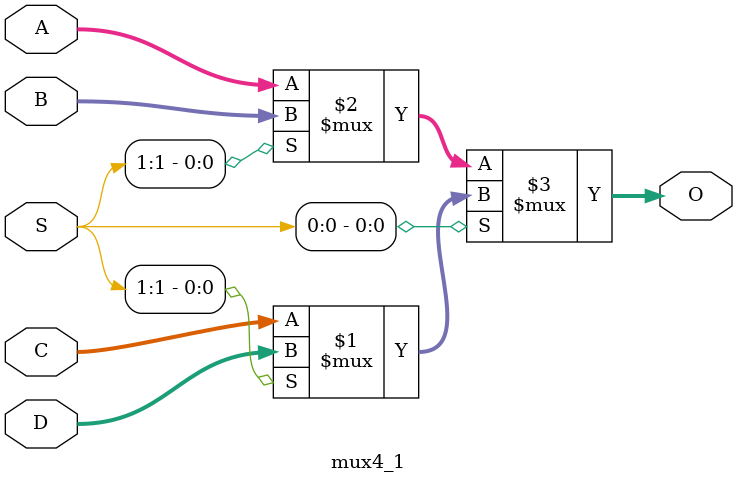
<source format=v>
module mux4_1 (input [31:0] A, B, C, D,
               input [1:0] S,
               output [31:0] O);
    
    assign O = S[0] ? (S[1] ? D : C)
                    : (S[1] ? B : A);

endmodule

</source>
